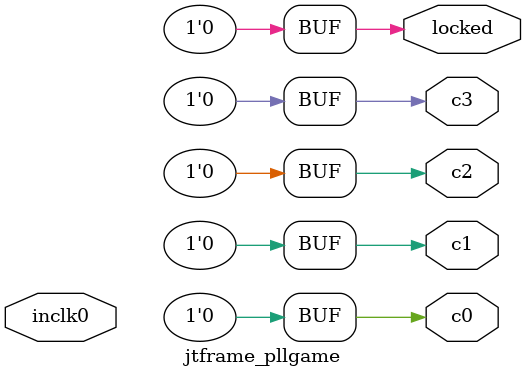
<source format=v>
module jtframe_pllgame(	// file.cleaned.mlir:2:3
  input  inclk0,	// file.cleaned.mlir:2:33
  output c0,	// file.cleaned.mlir:2:51
         c1,	// file.cleaned.mlir:2:64
         c2,	// file.cleaned.mlir:2:77
         c3,	// file.cleaned.mlir:2:90
         locked	// file.cleaned.mlir:2:103
);

  assign c0 = 1'h0;	// file.cleaned.mlir:3:14, :4:5
  assign c1 = 1'h0;	// file.cleaned.mlir:3:14, :4:5
  assign c2 = 1'h0;	// file.cleaned.mlir:3:14, :4:5
  assign c3 = 1'h0;	// file.cleaned.mlir:3:14, :4:5
  assign locked = 1'h0;	// file.cleaned.mlir:3:14, :4:5
endmodule


</source>
